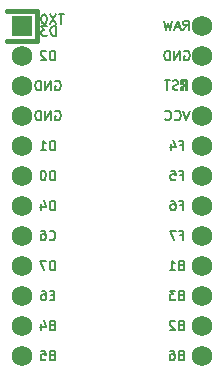
<source format=gbr>
%TF.GenerationSoftware,KiCad,Pcbnew,7.0.7*%
%TF.CreationDate,2023-11-23T18:26:16-07:00*%
%TF.ProjectId,TypestationX - Left,54797065-7374-4617-9469-6f6e58202d20,rev?*%
%TF.SameCoordinates,Original*%
%TF.FileFunction,Legend,Bot*%
%TF.FilePolarity,Positive*%
%FSLAX46Y46*%
G04 Gerber Fmt 4.6, Leading zero omitted, Abs format (unit mm)*
G04 Created by KiCad (PCBNEW 7.0.7) date 2023-11-23 18:26:16*
%MOMM*%
%LPD*%
G01*
G04 APERTURE LIST*
%ADD10C,0.150000*%
%ADD11C,0.381000*%
%ADD12R,1.752600X1.752600*%
%ADD13C,1.752600*%
G04 APERTURE END LIST*
D10*
X113929475Y-69552295D02*
X113929475Y-68752295D01*
X113929475Y-68752295D02*
X113738999Y-68752295D01*
X113738999Y-68752295D02*
X113624713Y-68790390D01*
X113624713Y-68790390D02*
X113548523Y-68866580D01*
X113548523Y-68866580D02*
X113510428Y-68942771D01*
X113510428Y-68942771D02*
X113472332Y-69095152D01*
X113472332Y-69095152D02*
X113472332Y-69209438D01*
X113472332Y-69209438D02*
X113510428Y-69361819D01*
X113510428Y-69361819D02*
X113548523Y-69438009D01*
X113548523Y-69438009D02*
X113624713Y-69514200D01*
X113624713Y-69514200D02*
X113738999Y-69552295D01*
X113738999Y-69552295D02*
X113929475Y-69552295D01*
X112710428Y-69552295D02*
X113167571Y-69552295D01*
X112938999Y-69552295D02*
X112938999Y-68752295D01*
X112938999Y-68752295D02*
X113015190Y-68866580D01*
X113015190Y-68866580D02*
X113091380Y-68942771D01*
X113091380Y-68942771D02*
X113167571Y-68980866D01*
X124527666Y-74213247D02*
X124794332Y-74213247D01*
X124794332Y-74632295D02*
X124794332Y-73832295D01*
X124794332Y-73832295D02*
X124413380Y-73832295D01*
X123765761Y-73832295D02*
X123918142Y-73832295D01*
X123918142Y-73832295D02*
X123994333Y-73870390D01*
X123994333Y-73870390D02*
X124032428Y-73908485D01*
X124032428Y-73908485D02*
X124108618Y-74022771D01*
X124108618Y-74022771D02*
X124146714Y-74175152D01*
X124146714Y-74175152D02*
X124146714Y-74479914D01*
X124146714Y-74479914D02*
X124108618Y-74556104D01*
X124108618Y-74556104D02*
X124070523Y-74594200D01*
X124070523Y-74594200D02*
X123994333Y-74632295D01*
X123994333Y-74632295D02*
X123841952Y-74632295D01*
X123841952Y-74632295D02*
X123765761Y-74594200D01*
X123765761Y-74594200D02*
X123727666Y-74556104D01*
X123727666Y-74556104D02*
X123689571Y-74479914D01*
X123689571Y-74479914D02*
X123689571Y-74289438D01*
X123689571Y-74289438D02*
X123727666Y-74213247D01*
X123727666Y-74213247D02*
X123765761Y-74175152D01*
X123765761Y-74175152D02*
X123841952Y-74137057D01*
X123841952Y-74137057D02*
X123994333Y-74137057D01*
X123994333Y-74137057D02*
X124070523Y-74175152D01*
X124070523Y-74175152D02*
X124108618Y-74213247D01*
X124108618Y-74213247D02*
X124146714Y-74289438D01*
X124527666Y-69133247D02*
X124794332Y-69133247D01*
X124794332Y-69552295D02*
X124794332Y-68752295D01*
X124794332Y-68752295D02*
X124413380Y-68752295D01*
X123765761Y-69018961D02*
X123765761Y-69552295D01*
X123956237Y-68714200D02*
X124146714Y-69285628D01*
X124146714Y-69285628D02*
X123651475Y-69285628D01*
X124373333Y-64414200D02*
X124259047Y-64452295D01*
X124259047Y-64452295D02*
X124068571Y-64452295D01*
X124068571Y-64452295D02*
X123992380Y-64414200D01*
X123992380Y-64414200D02*
X123954285Y-64376104D01*
X123954285Y-64376104D02*
X123916190Y-64299914D01*
X123916190Y-64299914D02*
X123916190Y-64223723D01*
X123916190Y-64223723D02*
X123954285Y-64147533D01*
X123954285Y-64147533D02*
X123992380Y-64109438D01*
X123992380Y-64109438D02*
X124068571Y-64071342D01*
X124068571Y-64071342D02*
X124220952Y-64033247D01*
X124220952Y-64033247D02*
X124297142Y-63995152D01*
X124297142Y-63995152D02*
X124335237Y-63957057D01*
X124335237Y-63957057D02*
X124373333Y-63880866D01*
X124373333Y-63880866D02*
X124373333Y-63804676D01*
X124373333Y-63804676D02*
X124335237Y-63728485D01*
X124335237Y-63728485D02*
X124297142Y-63690390D01*
X124297142Y-63690390D02*
X124220952Y-63652295D01*
X124220952Y-63652295D02*
X124030475Y-63652295D01*
X124030475Y-63652295D02*
X123916190Y-63690390D01*
X123687618Y-63652295D02*
X123230475Y-63652295D01*
X123459047Y-64452295D02*
X123459047Y-63652295D01*
X113929475Y-79712295D02*
X113929475Y-78912295D01*
X113929475Y-78912295D02*
X113738999Y-78912295D01*
X113738999Y-78912295D02*
X113624713Y-78950390D01*
X113624713Y-78950390D02*
X113548523Y-79026580D01*
X113548523Y-79026580D02*
X113510428Y-79102771D01*
X113510428Y-79102771D02*
X113472332Y-79255152D01*
X113472332Y-79255152D02*
X113472332Y-79369438D01*
X113472332Y-79369438D02*
X113510428Y-79521819D01*
X113510428Y-79521819D02*
X113548523Y-79598009D01*
X113548523Y-79598009D02*
X113624713Y-79674200D01*
X113624713Y-79674200D02*
X113738999Y-79712295D01*
X113738999Y-79712295D02*
X113929475Y-79712295D01*
X113205666Y-78912295D02*
X112672332Y-78912295D01*
X112672332Y-78912295D02*
X113015190Y-79712295D01*
X124584809Y-81833247D02*
X124470523Y-81871342D01*
X124470523Y-81871342D02*
X124432428Y-81909438D01*
X124432428Y-81909438D02*
X124394332Y-81985628D01*
X124394332Y-81985628D02*
X124394332Y-82099914D01*
X124394332Y-82099914D02*
X124432428Y-82176104D01*
X124432428Y-82176104D02*
X124470523Y-82214200D01*
X124470523Y-82214200D02*
X124546713Y-82252295D01*
X124546713Y-82252295D02*
X124851475Y-82252295D01*
X124851475Y-82252295D02*
X124851475Y-81452295D01*
X124851475Y-81452295D02*
X124584809Y-81452295D01*
X124584809Y-81452295D02*
X124508618Y-81490390D01*
X124508618Y-81490390D02*
X124470523Y-81528485D01*
X124470523Y-81528485D02*
X124432428Y-81604676D01*
X124432428Y-81604676D02*
X124432428Y-81680866D01*
X124432428Y-81680866D02*
X124470523Y-81757057D01*
X124470523Y-81757057D02*
X124508618Y-81795152D01*
X124508618Y-81795152D02*
X124584809Y-81833247D01*
X124584809Y-81833247D02*
X124851475Y-81833247D01*
X124127666Y-81452295D02*
X123632428Y-81452295D01*
X123632428Y-81452295D02*
X123899094Y-81757057D01*
X123899094Y-81757057D02*
X123784809Y-81757057D01*
X123784809Y-81757057D02*
X123708618Y-81795152D01*
X123708618Y-81795152D02*
X123670523Y-81833247D01*
X123670523Y-81833247D02*
X123632428Y-81909438D01*
X123632428Y-81909438D02*
X123632428Y-82099914D01*
X123632428Y-82099914D02*
X123670523Y-82176104D01*
X123670523Y-82176104D02*
X123708618Y-82214200D01*
X123708618Y-82214200D02*
X123784809Y-82252295D01*
X123784809Y-82252295D02*
X124013380Y-82252295D01*
X124013380Y-82252295D02*
X124089571Y-82214200D01*
X124089571Y-82214200D02*
X124127666Y-82176104D01*
X124584809Y-86913247D02*
X124470523Y-86951342D01*
X124470523Y-86951342D02*
X124432428Y-86989438D01*
X124432428Y-86989438D02*
X124394332Y-87065628D01*
X124394332Y-87065628D02*
X124394332Y-87179914D01*
X124394332Y-87179914D02*
X124432428Y-87256104D01*
X124432428Y-87256104D02*
X124470523Y-87294200D01*
X124470523Y-87294200D02*
X124546713Y-87332295D01*
X124546713Y-87332295D02*
X124851475Y-87332295D01*
X124851475Y-87332295D02*
X124851475Y-86532295D01*
X124851475Y-86532295D02*
X124584809Y-86532295D01*
X124584809Y-86532295D02*
X124508618Y-86570390D01*
X124508618Y-86570390D02*
X124470523Y-86608485D01*
X124470523Y-86608485D02*
X124432428Y-86684676D01*
X124432428Y-86684676D02*
X124432428Y-86760866D01*
X124432428Y-86760866D02*
X124470523Y-86837057D01*
X124470523Y-86837057D02*
X124508618Y-86875152D01*
X124508618Y-86875152D02*
X124584809Y-86913247D01*
X124584809Y-86913247D02*
X124851475Y-86913247D01*
X123708618Y-86532295D02*
X123860999Y-86532295D01*
X123860999Y-86532295D02*
X123937190Y-86570390D01*
X123937190Y-86570390D02*
X123975285Y-86608485D01*
X123975285Y-86608485D02*
X124051475Y-86722771D01*
X124051475Y-86722771D02*
X124089571Y-86875152D01*
X124089571Y-86875152D02*
X124089571Y-87179914D01*
X124089571Y-87179914D02*
X124051475Y-87256104D01*
X124051475Y-87256104D02*
X124013380Y-87294200D01*
X124013380Y-87294200D02*
X123937190Y-87332295D01*
X123937190Y-87332295D02*
X123784809Y-87332295D01*
X123784809Y-87332295D02*
X123708618Y-87294200D01*
X123708618Y-87294200D02*
X123670523Y-87256104D01*
X123670523Y-87256104D02*
X123632428Y-87179914D01*
X123632428Y-87179914D02*
X123632428Y-86989438D01*
X123632428Y-86989438D02*
X123670523Y-86913247D01*
X123670523Y-86913247D02*
X123708618Y-86875152D01*
X123708618Y-86875152D02*
X123784809Y-86837057D01*
X123784809Y-86837057D02*
X123937190Y-86837057D01*
X123937190Y-86837057D02*
X124013380Y-86875152D01*
X124013380Y-86875152D02*
X124051475Y-86913247D01*
X124051475Y-86913247D02*
X124089571Y-86989438D01*
X124527666Y-76753247D02*
X124794332Y-76753247D01*
X124794332Y-77172295D02*
X124794332Y-76372295D01*
X124794332Y-76372295D02*
X124413380Y-76372295D01*
X124184809Y-76372295D02*
X123651475Y-76372295D01*
X123651475Y-76372295D02*
X123994333Y-77172295D01*
X113948523Y-66250390D02*
X114024713Y-66212295D01*
X114024713Y-66212295D02*
X114138999Y-66212295D01*
X114138999Y-66212295D02*
X114253285Y-66250390D01*
X114253285Y-66250390D02*
X114329475Y-66326580D01*
X114329475Y-66326580D02*
X114367570Y-66402771D01*
X114367570Y-66402771D02*
X114405666Y-66555152D01*
X114405666Y-66555152D02*
X114405666Y-66669438D01*
X114405666Y-66669438D02*
X114367570Y-66821819D01*
X114367570Y-66821819D02*
X114329475Y-66898009D01*
X114329475Y-66898009D02*
X114253285Y-66974200D01*
X114253285Y-66974200D02*
X114138999Y-67012295D01*
X114138999Y-67012295D02*
X114062808Y-67012295D01*
X114062808Y-67012295D02*
X113948523Y-66974200D01*
X113948523Y-66974200D02*
X113910427Y-66936104D01*
X113910427Y-66936104D02*
X113910427Y-66669438D01*
X113910427Y-66669438D02*
X114062808Y-66669438D01*
X113567570Y-67012295D02*
X113567570Y-66212295D01*
X113567570Y-66212295D02*
X113110427Y-67012295D01*
X113110427Y-67012295D02*
X113110427Y-66212295D01*
X112729475Y-67012295D02*
X112729475Y-66212295D01*
X112729475Y-66212295D02*
X112538999Y-66212295D01*
X112538999Y-66212295D02*
X112424713Y-66250390D01*
X112424713Y-66250390D02*
X112348523Y-66326580D01*
X112348523Y-66326580D02*
X112310428Y-66402771D01*
X112310428Y-66402771D02*
X112272332Y-66555152D01*
X112272332Y-66555152D02*
X112272332Y-66669438D01*
X112272332Y-66669438D02*
X112310428Y-66821819D01*
X112310428Y-66821819D02*
X112348523Y-66898009D01*
X112348523Y-66898009D02*
X112424713Y-66974200D01*
X112424713Y-66974200D02*
X112538999Y-67012295D01*
X112538999Y-67012295D02*
X112729475Y-67012295D01*
X113990475Y-59862295D02*
X113990475Y-59062295D01*
X113990475Y-59062295D02*
X113799999Y-59062295D01*
X113799999Y-59062295D02*
X113685713Y-59100390D01*
X113685713Y-59100390D02*
X113609523Y-59176580D01*
X113609523Y-59176580D02*
X113571428Y-59252771D01*
X113571428Y-59252771D02*
X113533332Y-59405152D01*
X113533332Y-59405152D02*
X113533332Y-59519438D01*
X113533332Y-59519438D02*
X113571428Y-59671819D01*
X113571428Y-59671819D02*
X113609523Y-59748009D01*
X113609523Y-59748009D02*
X113685713Y-59824200D01*
X113685713Y-59824200D02*
X113799999Y-59862295D01*
X113799999Y-59862295D02*
X113990475Y-59862295D01*
X113266666Y-59062295D02*
X112771428Y-59062295D01*
X112771428Y-59062295D02*
X113038094Y-59367057D01*
X113038094Y-59367057D02*
X112923809Y-59367057D01*
X112923809Y-59367057D02*
X112847618Y-59405152D01*
X112847618Y-59405152D02*
X112809523Y-59443247D01*
X112809523Y-59443247D02*
X112771428Y-59519438D01*
X112771428Y-59519438D02*
X112771428Y-59709914D01*
X112771428Y-59709914D02*
X112809523Y-59786104D01*
X112809523Y-59786104D02*
X112847618Y-59824200D01*
X112847618Y-59824200D02*
X112923809Y-59862295D01*
X112923809Y-59862295D02*
X113152380Y-59862295D01*
X113152380Y-59862295D02*
X113228571Y-59824200D01*
X113228571Y-59824200D02*
X113266666Y-59786104D01*
X113929475Y-74632295D02*
X113929475Y-73832295D01*
X113929475Y-73832295D02*
X113738999Y-73832295D01*
X113738999Y-73832295D02*
X113624713Y-73870390D01*
X113624713Y-73870390D02*
X113548523Y-73946580D01*
X113548523Y-73946580D02*
X113510428Y-74022771D01*
X113510428Y-74022771D02*
X113472332Y-74175152D01*
X113472332Y-74175152D02*
X113472332Y-74289438D01*
X113472332Y-74289438D02*
X113510428Y-74441819D01*
X113510428Y-74441819D02*
X113548523Y-74518009D01*
X113548523Y-74518009D02*
X113624713Y-74594200D01*
X113624713Y-74594200D02*
X113738999Y-74632295D01*
X113738999Y-74632295D02*
X113929475Y-74632295D01*
X112786618Y-74098961D02*
X112786618Y-74632295D01*
X112977094Y-73794200D02*
X113167571Y-74365628D01*
X113167571Y-74365628D02*
X112672332Y-74365628D01*
X124813380Y-59392295D02*
X125080047Y-59011342D01*
X125270523Y-59392295D02*
X125270523Y-58592295D01*
X125270523Y-58592295D02*
X124965761Y-58592295D01*
X124965761Y-58592295D02*
X124889571Y-58630390D01*
X124889571Y-58630390D02*
X124851476Y-58668485D01*
X124851476Y-58668485D02*
X124813380Y-58744676D01*
X124813380Y-58744676D02*
X124813380Y-58858961D01*
X124813380Y-58858961D02*
X124851476Y-58935152D01*
X124851476Y-58935152D02*
X124889571Y-58973247D01*
X124889571Y-58973247D02*
X124965761Y-59011342D01*
X124965761Y-59011342D02*
X125270523Y-59011342D01*
X124508619Y-59163723D02*
X124127666Y-59163723D01*
X124584809Y-59392295D02*
X124318142Y-58592295D01*
X124318142Y-58592295D02*
X124051476Y-59392295D01*
X123861000Y-58592295D02*
X123670524Y-59392295D01*
X123670524Y-59392295D02*
X123518143Y-58820866D01*
X123518143Y-58820866D02*
X123365762Y-59392295D01*
X123365762Y-59392295D02*
X123175286Y-58592295D01*
X124584809Y-79293247D02*
X124470523Y-79331342D01*
X124470523Y-79331342D02*
X124432428Y-79369438D01*
X124432428Y-79369438D02*
X124394332Y-79445628D01*
X124394332Y-79445628D02*
X124394332Y-79559914D01*
X124394332Y-79559914D02*
X124432428Y-79636104D01*
X124432428Y-79636104D02*
X124470523Y-79674200D01*
X124470523Y-79674200D02*
X124546713Y-79712295D01*
X124546713Y-79712295D02*
X124851475Y-79712295D01*
X124851475Y-79712295D02*
X124851475Y-78912295D01*
X124851475Y-78912295D02*
X124584809Y-78912295D01*
X124584809Y-78912295D02*
X124508618Y-78950390D01*
X124508618Y-78950390D02*
X124470523Y-78988485D01*
X124470523Y-78988485D02*
X124432428Y-79064676D01*
X124432428Y-79064676D02*
X124432428Y-79140866D01*
X124432428Y-79140866D02*
X124470523Y-79217057D01*
X124470523Y-79217057D02*
X124508618Y-79255152D01*
X124508618Y-79255152D02*
X124584809Y-79293247D01*
X124584809Y-79293247D02*
X124851475Y-79293247D01*
X123632428Y-79712295D02*
X124089571Y-79712295D01*
X123860999Y-79712295D02*
X123860999Y-78912295D01*
X123860999Y-78912295D02*
X123937190Y-79026580D01*
X123937190Y-79026580D02*
X124013380Y-79102771D01*
X124013380Y-79102771D02*
X124089571Y-79140866D01*
X114690476Y-58062295D02*
X114233333Y-58062295D01*
X114461905Y-58862295D02*
X114461905Y-58062295D01*
X114042857Y-58062295D02*
X113509523Y-58862295D01*
X113509523Y-58062295D02*
X114042857Y-58862295D01*
X113052380Y-58062295D02*
X112976190Y-58062295D01*
X112976190Y-58062295D02*
X112899999Y-58100390D01*
X112899999Y-58100390D02*
X112861904Y-58138485D01*
X112861904Y-58138485D02*
X112823809Y-58214676D01*
X112823809Y-58214676D02*
X112785714Y-58367057D01*
X112785714Y-58367057D02*
X112785714Y-58557533D01*
X112785714Y-58557533D02*
X112823809Y-58709914D01*
X112823809Y-58709914D02*
X112861904Y-58786104D01*
X112861904Y-58786104D02*
X112899999Y-58824200D01*
X112899999Y-58824200D02*
X112976190Y-58862295D01*
X112976190Y-58862295D02*
X113052380Y-58862295D01*
X113052380Y-58862295D02*
X113128571Y-58824200D01*
X113128571Y-58824200D02*
X113166666Y-58786104D01*
X113166666Y-58786104D02*
X113204761Y-58709914D01*
X113204761Y-58709914D02*
X113242857Y-58557533D01*
X113242857Y-58557533D02*
X113242857Y-58367057D01*
X113242857Y-58367057D02*
X113204761Y-58214676D01*
X113204761Y-58214676D02*
X113166666Y-58138485D01*
X113166666Y-58138485D02*
X113128571Y-58100390D01*
X113128571Y-58100390D02*
X113052380Y-58062295D01*
X113891380Y-81833247D02*
X113624714Y-81833247D01*
X113510428Y-82252295D02*
X113891380Y-82252295D01*
X113891380Y-82252295D02*
X113891380Y-81452295D01*
X113891380Y-81452295D02*
X113510428Y-81452295D01*
X112824713Y-81452295D02*
X112977094Y-81452295D01*
X112977094Y-81452295D02*
X113053285Y-81490390D01*
X113053285Y-81490390D02*
X113091380Y-81528485D01*
X113091380Y-81528485D02*
X113167570Y-81642771D01*
X113167570Y-81642771D02*
X113205666Y-81795152D01*
X113205666Y-81795152D02*
X113205666Y-82099914D01*
X113205666Y-82099914D02*
X113167570Y-82176104D01*
X113167570Y-82176104D02*
X113129475Y-82214200D01*
X113129475Y-82214200D02*
X113053285Y-82252295D01*
X113053285Y-82252295D02*
X112900904Y-82252295D01*
X112900904Y-82252295D02*
X112824713Y-82214200D01*
X112824713Y-82214200D02*
X112786618Y-82176104D01*
X112786618Y-82176104D02*
X112748523Y-82099914D01*
X112748523Y-82099914D02*
X112748523Y-81909438D01*
X112748523Y-81909438D02*
X112786618Y-81833247D01*
X112786618Y-81833247D02*
X112824713Y-81795152D01*
X112824713Y-81795152D02*
X112900904Y-81757057D01*
X112900904Y-81757057D02*
X113053285Y-81757057D01*
X113053285Y-81757057D02*
X113129475Y-81795152D01*
X113129475Y-81795152D02*
X113167570Y-81833247D01*
X113167570Y-81833247D02*
X113205666Y-81909438D01*
X113948523Y-63710390D02*
X114024713Y-63672295D01*
X114024713Y-63672295D02*
X114138999Y-63672295D01*
X114138999Y-63672295D02*
X114253285Y-63710390D01*
X114253285Y-63710390D02*
X114329475Y-63786580D01*
X114329475Y-63786580D02*
X114367570Y-63862771D01*
X114367570Y-63862771D02*
X114405666Y-64015152D01*
X114405666Y-64015152D02*
X114405666Y-64129438D01*
X114405666Y-64129438D02*
X114367570Y-64281819D01*
X114367570Y-64281819D02*
X114329475Y-64358009D01*
X114329475Y-64358009D02*
X114253285Y-64434200D01*
X114253285Y-64434200D02*
X114138999Y-64472295D01*
X114138999Y-64472295D02*
X114062808Y-64472295D01*
X114062808Y-64472295D02*
X113948523Y-64434200D01*
X113948523Y-64434200D02*
X113910427Y-64396104D01*
X113910427Y-64396104D02*
X113910427Y-64129438D01*
X113910427Y-64129438D02*
X114062808Y-64129438D01*
X113567570Y-64472295D02*
X113567570Y-63672295D01*
X113567570Y-63672295D02*
X113110427Y-64472295D01*
X113110427Y-64472295D02*
X113110427Y-63672295D01*
X112729475Y-64472295D02*
X112729475Y-63672295D01*
X112729475Y-63672295D02*
X112538999Y-63672295D01*
X112538999Y-63672295D02*
X112424713Y-63710390D01*
X112424713Y-63710390D02*
X112348523Y-63786580D01*
X112348523Y-63786580D02*
X112310428Y-63862771D01*
X112310428Y-63862771D02*
X112272332Y-64015152D01*
X112272332Y-64015152D02*
X112272332Y-64129438D01*
X112272332Y-64129438D02*
X112310428Y-64281819D01*
X112310428Y-64281819D02*
X112348523Y-64358009D01*
X112348523Y-64358009D02*
X112424713Y-64434200D01*
X112424713Y-64434200D02*
X112538999Y-64472295D01*
X112538999Y-64472295D02*
X112729475Y-64472295D01*
X113929475Y-61932295D02*
X113929475Y-61132295D01*
X113929475Y-61132295D02*
X113738999Y-61132295D01*
X113738999Y-61132295D02*
X113624713Y-61170390D01*
X113624713Y-61170390D02*
X113548523Y-61246580D01*
X113548523Y-61246580D02*
X113510428Y-61322771D01*
X113510428Y-61322771D02*
X113472332Y-61475152D01*
X113472332Y-61475152D02*
X113472332Y-61589438D01*
X113472332Y-61589438D02*
X113510428Y-61741819D01*
X113510428Y-61741819D02*
X113548523Y-61818009D01*
X113548523Y-61818009D02*
X113624713Y-61894200D01*
X113624713Y-61894200D02*
X113738999Y-61932295D01*
X113738999Y-61932295D02*
X113929475Y-61932295D01*
X113167571Y-61208485D02*
X113129475Y-61170390D01*
X113129475Y-61170390D02*
X113053285Y-61132295D01*
X113053285Y-61132295D02*
X112862809Y-61132295D01*
X112862809Y-61132295D02*
X112786618Y-61170390D01*
X112786618Y-61170390D02*
X112748523Y-61208485D01*
X112748523Y-61208485D02*
X112710428Y-61284676D01*
X112710428Y-61284676D02*
X112710428Y-61360866D01*
X112710428Y-61360866D02*
X112748523Y-61475152D01*
X112748523Y-61475152D02*
X113205666Y-61932295D01*
X113205666Y-61932295D02*
X112710428Y-61932295D01*
X113472332Y-77096104D02*
X113510428Y-77134200D01*
X113510428Y-77134200D02*
X113624713Y-77172295D01*
X113624713Y-77172295D02*
X113700904Y-77172295D01*
X113700904Y-77172295D02*
X113815190Y-77134200D01*
X113815190Y-77134200D02*
X113891380Y-77058009D01*
X113891380Y-77058009D02*
X113929475Y-76981819D01*
X113929475Y-76981819D02*
X113967571Y-76829438D01*
X113967571Y-76829438D02*
X113967571Y-76715152D01*
X113967571Y-76715152D02*
X113929475Y-76562771D01*
X113929475Y-76562771D02*
X113891380Y-76486580D01*
X113891380Y-76486580D02*
X113815190Y-76410390D01*
X113815190Y-76410390D02*
X113700904Y-76372295D01*
X113700904Y-76372295D02*
X113624713Y-76372295D01*
X113624713Y-76372295D02*
X113510428Y-76410390D01*
X113510428Y-76410390D02*
X113472332Y-76448485D01*
X112786618Y-76372295D02*
X112938999Y-76372295D01*
X112938999Y-76372295D02*
X113015190Y-76410390D01*
X113015190Y-76410390D02*
X113053285Y-76448485D01*
X113053285Y-76448485D02*
X113129475Y-76562771D01*
X113129475Y-76562771D02*
X113167571Y-76715152D01*
X113167571Y-76715152D02*
X113167571Y-77019914D01*
X113167571Y-77019914D02*
X113129475Y-77096104D01*
X113129475Y-77096104D02*
X113091380Y-77134200D01*
X113091380Y-77134200D02*
X113015190Y-77172295D01*
X113015190Y-77172295D02*
X112862809Y-77172295D01*
X112862809Y-77172295D02*
X112786618Y-77134200D01*
X112786618Y-77134200D02*
X112748523Y-77096104D01*
X112748523Y-77096104D02*
X112710428Y-77019914D01*
X112710428Y-77019914D02*
X112710428Y-76829438D01*
X112710428Y-76829438D02*
X112748523Y-76753247D01*
X112748523Y-76753247D02*
X112786618Y-76715152D01*
X112786618Y-76715152D02*
X112862809Y-76677057D01*
X112862809Y-76677057D02*
X113015190Y-76677057D01*
X113015190Y-76677057D02*
X113091380Y-76715152D01*
X113091380Y-76715152D02*
X113129475Y-76753247D01*
X113129475Y-76753247D02*
X113167571Y-76829438D01*
X113662809Y-86913247D02*
X113548523Y-86951342D01*
X113548523Y-86951342D02*
X113510428Y-86989438D01*
X113510428Y-86989438D02*
X113472332Y-87065628D01*
X113472332Y-87065628D02*
X113472332Y-87179914D01*
X113472332Y-87179914D02*
X113510428Y-87256104D01*
X113510428Y-87256104D02*
X113548523Y-87294200D01*
X113548523Y-87294200D02*
X113624713Y-87332295D01*
X113624713Y-87332295D02*
X113929475Y-87332295D01*
X113929475Y-87332295D02*
X113929475Y-86532295D01*
X113929475Y-86532295D02*
X113662809Y-86532295D01*
X113662809Y-86532295D02*
X113586618Y-86570390D01*
X113586618Y-86570390D02*
X113548523Y-86608485D01*
X113548523Y-86608485D02*
X113510428Y-86684676D01*
X113510428Y-86684676D02*
X113510428Y-86760866D01*
X113510428Y-86760866D02*
X113548523Y-86837057D01*
X113548523Y-86837057D02*
X113586618Y-86875152D01*
X113586618Y-86875152D02*
X113662809Y-86913247D01*
X113662809Y-86913247D02*
X113929475Y-86913247D01*
X112748523Y-86532295D02*
X113129475Y-86532295D01*
X113129475Y-86532295D02*
X113167571Y-86913247D01*
X113167571Y-86913247D02*
X113129475Y-86875152D01*
X113129475Y-86875152D02*
X113053285Y-86837057D01*
X113053285Y-86837057D02*
X112862809Y-86837057D01*
X112862809Y-86837057D02*
X112786618Y-86875152D01*
X112786618Y-86875152D02*
X112748523Y-86913247D01*
X112748523Y-86913247D02*
X112710428Y-86989438D01*
X112710428Y-86989438D02*
X112710428Y-87179914D01*
X112710428Y-87179914D02*
X112748523Y-87256104D01*
X112748523Y-87256104D02*
X112786618Y-87294200D01*
X112786618Y-87294200D02*
X112862809Y-87332295D01*
X112862809Y-87332295D02*
X113053285Y-87332295D01*
X113053285Y-87332295D02*
X113129475Y-87294200D01*
X113129475Y-87294200D02*
X113167571Y-87256104D01*
X124527666Y-71673247D02*
X124794332Y-71673247D01*
X124794332Y-72092295D02*
X124794332Y-71292295D01*
X124794332Y-71292295D02*
X124413380Y-71292295D01*
X123727666Y-71292295D02*
X124108618Y-71292295D01*
X124108618Y-71292295D02*
X124146714Y-71673247D01*
X124146714Y-71673247D02*
X124108618Y-71635152D01*
X124108618Y-71635152D02*
X124032428Y-71597057D01*
X124032428Y-71597057D02*
X123841952Y-71597057D01*
X123841952Y-71597057D02*
X123765761Y-71635152D01*
X123765761Y-71635152D02*
X123727666Y-71673247D01*
X123727666Y-71673247D02*
X123689571Y-71749438D01*
X123689571Y-71749438D02*
X123689571Y-71939914D01*
X123689571Y-71939914D02*
X123727666Y-72016104D01*
X123727666Y-72016104D02*
X123765761Y-72054200D01*
X123765761Y-72054200D02*
X123841952Y-72092295D01*
X123841952Y-72092295D02*
X124032428Y-72092295D01*
X124032428Y-72092295D02*
X124108618Y-72054200D01*
X124108618Y-72054200D02*
X124146714Y-72016104D01*
X125327666Y-66212295D02*
X125060999Y-67012295D01*
X125060999Y-67012295D02*
X124794333Y-66212295D01*
X124070523Y-66936104D02*
X124108619Y-66974200D01*
X124108619Y-66974200D02*
X124222904Y-67012295D01*
X124222904Y-67012295D02*
X124299095Y-67012295D01*
X124299095Y-67012295D02*
X124413381Y-66974200D01*
X124413381Y-66974200D02*
X124489571Y-66898009D01*
X124489571Y-66898009D02*
X124527666Y-66821819D01*
X124527666Y-66821819D02*
X124565762Y-66669438D01*
X124565762Y-66669438D02*
X124565762Y-66555152D01*
X124565762Y-66555152D02*
X124527666Y-66402771D01*
X124527666Y-66402771D02*
X124489571Y-66326580D01*
X124489571Y-66326580D02*
X124413381Y-66250390D01*
X124413381Y-66250390D02*
X124299095Y-66212295D01*
X124299095Y-66212295D02*
X124222904Y-66212295D01*
X124222904Y-66212295D02*
X124108619Y-66250390D01*
X124108619Y-66250390D02*
X124070523Y-66288485D01*
X123270523Y-66936104D02*
X123308619Y-66974200D01*
X123308619Y-66974200D02*
X123422904Y-67012295D01*
X123422904Y-67012295D02*
X123499095Y-67012295D01*
X123499095Y-67012295D02*
X123613381Y-66974200D01*
X123613381Y-66974200D02*
X123689571Y-66898009D01*
X123689571Y-66898009D02*
X123727666Y-66821819D01*
X123727666Y-66821819D02*
X123765762Y-66669438D01*
X123765762Y-66669438D02*
X123765762Y-66555152D01*
X123765762Y-66555152D02*
X123727666Y-66402771D01*
X123727666Y-66402771D02*
X123689571Y-66326580D01*
X123689571Y-66326580D02*
X123613381Y-66250390D01*
X123613381Y-66250390D02*
X123499095Y-66212295D01*
X123499095Y-66212295D02*
X123422904Y-66212295D01*
X123422904Y-66212295D02*
X123308619Y-66250390D01*
X123308619Y-66250390D02*
X123270523Y-66288485D01*
X113662809Y-84373247D02*
X113548523Y-84411342D01*
X113548523Y-84411342D02*
X113510428Y-84449438D01*
X113510428Y-84449438D02*
X113472332Y-84525628D01*
X113472332Y-84525628D02*
X113472332Y-84639914D01*
X113472332Y-84639914D02*
X113510428Y-84716104D01*
X113510428Y-84716104D02*
X113548523Y-84754200D01*
X113548523Y-84754200D02*
X113624713Y-84792295D01*
X113624713Y-84792295D02*
X113929475Y-84792295D01*
X113929475Y-84792295D02*
X113929475Y-83992295D01*
X113929475Y-83992295D02*
X113662809Y-83992295D01*
X113662809Y-83992295D02*
X113586618Y-84030390D01*
X113586618Y-84030390D02*
X113548523Y-84068485D01*
X113548523Y-84068485D02*
X113510428Y-84144676D01*
X113510428Y-84144676D02*
X113510428Y-84220866D01*
X113510428Y-84220866D02*
X113548523Y-84297057D01*
X113548523Y-84297057D02*
X113586618Y-84335152D01*
X113586618Y-84335152D02*
X113662809Y-84373247D01*
X113662809Y-84373247D02*
X113929475Y-84373247D01*
X112786618Y-84258961D02*
X112786618Y-84792295D01*
X112977094Y-83954200D02*
X113167571Y-84525628D01*
X113167571Y-84525628D02*
X112672332Y-84525628D01*
X113929475Y-72092295D02*
X113929475Y-71292295D01*
X113929475Y-71292295D02*
X113738999Y-71292295D01*
X113738999Y-71292295D02*
X113624713Y-71330390D01*
X113624713Y-71330390D02*
X113548523Y-71406580D01*
X113548523Y-71406580D02*
X113510428Y-71482771D01*
X113510428Y-71482771D02*
X113472332Y-71635152D01*
X113472332Y-71635152D02*
X113472332Y-71749438D01*
X113472332Y-71749438D02*
X113510428Y-71901819D01*
X113510428Y-71901819D02*
X113548523Y-71978009D01*
X113548523Y-71978009D02*
X113624713Y-72054200D01*
X113624713Y-72054200D02*
X113738999Y-72092295D01*
X113738999Y-72092295D02*
X113929475Y-72092295D01*
X112977094Y-71292295D02*
X112900904Y-71292295D01*
X112900904Y-71292295D02*
X112824713Y-71330390D01*
X112824713Y-71330390D02*
X112786618Y-71368485D01*
X112786618Y-71368485D02*
X112748523Y-71444676D01*
X112748523Y-71444676D02*
X112710428Y-71597057D01*
X112710428Y-71597057D02*
X112710428Y-71787533D01*
X112710428Y-71787533D02*
X112748523Y-71939914D01*
X112748523Y-71939914D02*
X112786618Y-72016104D01*
X112786618Y-72016104D02*
X112824713Y-72054200D01*
X112824713Y-72054200D02*
X112900904Y-72092295D01*
X112900904Y-72092295D02*
X112977094Y-72092295D01*
X112977094Y-72092295D02*
X113053285Y-72054200D01*
X113053285Y-72054200D02*
X113091380Y-72016104D01*
X113091380Y-72016104D02*
X113129475Y-71939914D01*
X113129475Y-71939914D02*
X113167571Y-71787533D01*
X113167571Y-71787533D02*
X113167571Y-71597057D01*
X113167571Y-71597057D02*
X113129475Y-71444676D01*
X113129475Y-71444676D02*
X113091380Y-71368485D01*
X113091380Y-71368485D02*
X113053285Y-71330390D01*
X113053285Y-71330390D02*
X112977094Y-71292295D01*
X124584809Y-84373247D02*
X124470523Y-84411342D01*
X124470523Y-84411342D02*
X124432428Y-84449438D01*
X124432428Y-84449438D02*
X124394332Y-84525628D01*
X124394332Y-84525628D02*
X124394332Y-84639914D01*
X124394332Y-84639914D02*
X124432428Y-84716104D01*
X124432428Y-84716104D02*
X124470523Y-84754200D01*
X124470523Y-84754200D02*
X124546713Y-84792295D01*
X124546713Y-84792295D02*
X124851475Y-84792295D01*
X124851475Y-84792295D02*
X124851475Y-83992295D01*
X124851475Y-83992295D02*
X124584809Y-83992295D01*
X124584809Y-83992295D02*
X124508618Y-84030390D01*
X124508618Y-84030390D02*
X124470523Y-84068485D01*
X124470523Y-84068485D02*
X124432428Y-84144676D01*
X124432428Y-84144676D02*
X124432428Y-84220866D01*
X124432428Y-84220866D02*
X124470523Y-84297057D01*
X124470523Y-84297057D02*
X124508618Y-84335152D01*
X124508618Y-84335152D02*
X124584809Y-84373247D01*
X124584809Y-84373247D02*
X124851475Y-84373247D01*
X124089571Y-84068485D02*
X124051475Y-84030390D01*
X124051475Y-84030390D02*
X123975285Y-83992295D01*
X123975285Y-83992295D02*
X123784809Y-83992295D01*
X123784809Y-83992295D02*
X123708618Y-84030390D01*
X123708618Y-84030390D02*
X123670523Y-84068485D01*
X123670523Y-84068485D02*
X123632428Y-84144676D01*
X123632428Y-84144676D02*
X123632428Y-84220866D01*
X123632428Y-84220866D02*
X123670523Y-84335152D01*
X123670523Y-84335152D02*
X124127666Y-84792295D01*
X124127666Y-84792295D02*
X123632428Y-84792295D01*
X124870523Y-61170390D02*
X124946713Y-61132295D01*
X124946713Y-61132295D02*
X125060999Y-61132295D01*
X125060999Y-61132295D02*
X125175285Y-61170390D01*
X125175285Y-61170390D02*
X125251475Y-61246580D01*
X125251475Y-61246580D02*
X125289570Y-61322771D01*
X125289570Y-61322771D02*
X125327666Y-61475152D01*
X125327666Y-61475152D02*
X125327666Y-61589438D01*
X125327666Y-61589438D02*
X125289570Y-61741819D01*
X125289570Y-61741819D02*
X125251475Y-61818009D01*
X125251475Y-61818009D02*
X125175285Y-61894200D01*
X125175285Y-61894200D02*
X125060999Y-61932295D01*
X125060999Y-61932295D02*
X124984808Y-61932295D01*
X124984808Y-61932295D02*
X124870523Y-61894200D01*
X124870523Y-61894200D02*
X124832427Y-61856104D01*
X124832427Y-61856104D02*
X124832427Y-61589438D01*
X124832427Y-61589438D02*
X124984808Y-61589438D01*
X124489570Y-61932295D02*
X124489570Y-61132295D01*
X124489570Y-61132295D02*
X124032427Y-61932295D01*
X124032427Y-61932295D02*
X124032427Y-61132295D01*
X123651475Y-61932295D02*
X123651475Y-61132295D01*
X123651475Y-61132295D02*
X123460999Y-61132295D01*
X123460999Y-61132295D02*
X123346713Y-61170390D01*
X123346713Y-61170390D02*
X123270523Y-61246580D01*
X123270523Y-61246580D02*
X123232428Y-61322771D01*
X123232428Y-61322771D02*
X123194332Y-61475152D01*
X123194332Y-61475152D02*
X123194332Y-61589438D01*
X123194332Y-61589438D02*
X123232428Y-61741819D01*
X123232428Y-61741819D02*
X123270523Y-61818009D01*
X123270523Y-61818009D02*
X123346713Y-61894200D01*
X123346713Y-61894200D02*
X123460999Y-61932295D01*
X123460999Y-61932295D02*
X123651475Y-61932295D01*
D11*
%TO.C,U2*%
X112450000Y-57760000D02*
X109910000Y-57760000D01*
X112450000Y-57760000D02*
X112450000Y-60300000D01*
X112450000Y-60300000D02*
X109910000Y-60300000D01*
D10*
X125144635Y-64449030D02*
X125044635Y-64449030D01*
X125044635Y-63649030D01*
X125144635Y-63649030D01*
X125144635Y-64449030D01*
G36*
X125144635Y-64449030D02*
G01*
X125044635Y-64449030D01*
X125044635Y-63649030D01*
X125144635Y-63649030D01*
X125144635Y-64449030D01*
G37*
X125144635Y-63749030D02*
X124644635Y-63749030D01*
X124644635Y-63649030D01*
X125144635Y-63649030D01*
X125144635Y-63749030D01*
G36*
X125144635Y-63749030D02*
G01*
X124644635Y-63749030D01*
X124644635Y-63649030D01*
X125144635Y-63649030D01*
X125144635Y-63749030D01*
G37*
X124744635Y-63949030D02*
X124644635Y-63949030D01*
X124644635Y-63649030D01*
X124744635Y-63649030D01*
X124744635Y-63949030D01*
G36*
X124744635Y-63949030D02*
G01*
X124644635Y-63949030D01*
X124644635Y-63649030D01*
X124744635Y-63649030D01*
X124744635Y-63949030D01*
G37*
X124944635Y-64149030D02*
X124844635Y-64149030D01*
X124844635Y-64049030D01*
X124944635Y-64049030D01*
X124944635Y-64149030D01*
G36*
X124944635Y-64149030D02*
G01*
X124844635Y-64149030D01*
X124844635Y-64049030D01*
X124944635Y-64049030D01*
X124944635Y-64149030D01*
G37*
X124744635Y-64449030D02*
X124644635Y-64449030D01*
X124644635Y-64249030D01*
X124744635Y-64249030D01*
X124744635Y-64449030D01*
G36*
X124744635Y-64449030D02*
G01*
X124644635Y-64449030D01*
X124644635Y-64249030D01*
X124744635Y-64249030D01*
X124744635Y-64449030D01*
G37*
%TD*%
D12*
%TO.C,U2*%
X111180000Y-59030000D03*
D13*
X111180000Y-61570000D03*
X111180000Y-64110000D03*
X111180000Y-66650000D03*
X111180000Y-69190000D03*
X111180000Y-71730000D03*
X111180000Y-74270000D03*
X111180000Y-76810000D03*
X111180000Y-79350000D03*
X111180000Y-81890000D03*
X111180000Y-84430000D03*
X111180000Y-86970000D03*
X126420000Y-86970000D03*
X126420000Y-84430000D03*
X126420000Y-81890000D03*
X126420000Y-79350000D03*
X126420000Y-76810000D03*
X126420000Y-74270000D03*
X126420000Y-71730000D03*
X126420000Y-69190000D03*
X126420000Y-66650000D03*
X126420000Y-64110000D03*
X126420000Y-61570000D03*
X126420000Y-59030000D03*
%TD*%
M02*

</source>
